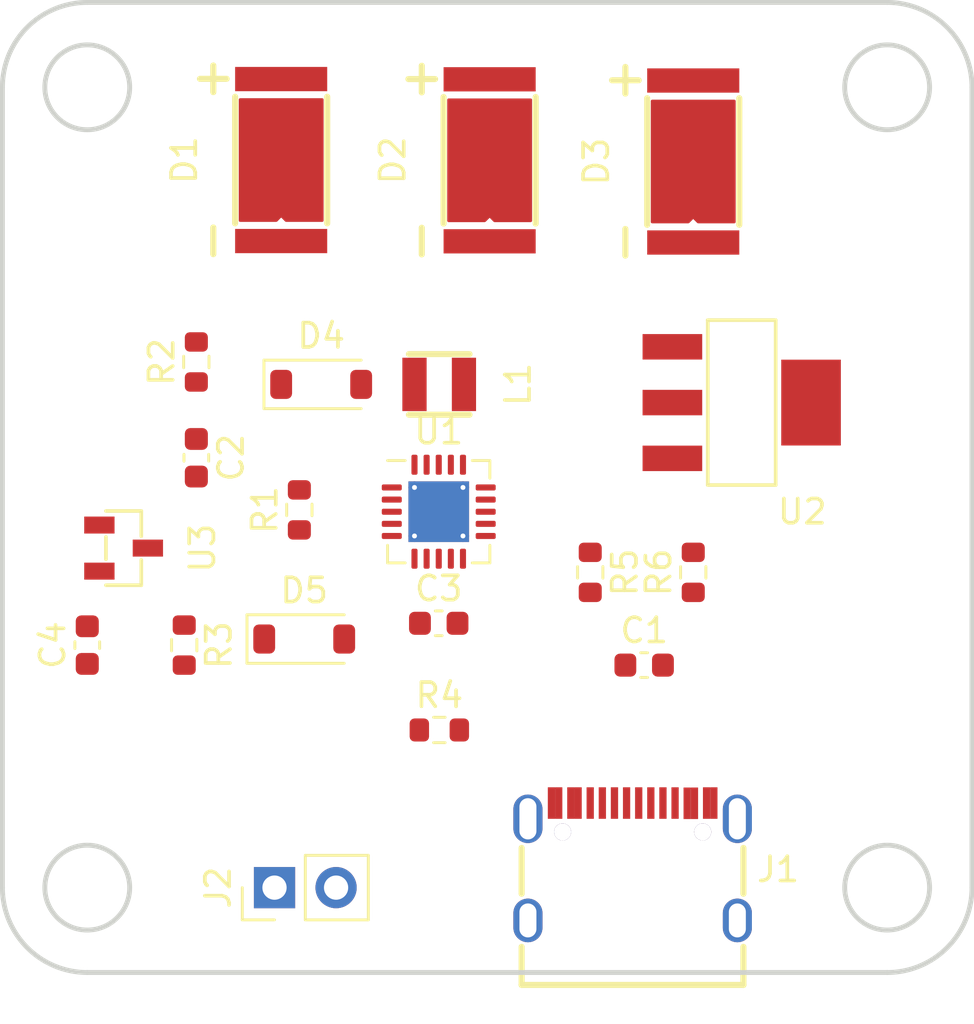
<source format=kicad_pcb>
(kicad_pcb (version 20221018) (generator pcbnew)
  (layers (0 "F.Cu" signal) (31 "B.Cu" signal) (34 "B.Paste" user) (35 "F.Paste" user) (36 "B.SilkS" user "B.Silkscreen") (37 "F.SilkS" user "F.Silkscreen") (38 "B.Mask" user) (39 "F.Mask" user) (44 "Edge.Cuts" user))
  (net 0 "")
  (net 1 "12")
  (net 2 "2")
  (net 3 "5")
  (net 4 "1")
  (net 5 "40")
  (net 6 "15")
  (net 7 "7")
  (net 8 "38")
  (net 9 "14")
  (net 10 "39")
  (net 11 "29")
  (net 12 "16")
  (net 13 "9")
  (net 14 "4")
  (net 15 "11")
  (net 16 "41")
  (net 17 "19")
  (net 18 "31")
  (net 19 "17")
  (net 20 "18")
  (footprint "bike_light_lib:USB-C-SMD_KH-TYPE-C-16P" (layer "F.Cu") (at 126 134.9325)
    (fp_text reference "J1" (at 6 0.3175) (layer "F.SilkS"))
    (fp_text value "")
    (fp_line (start -4.58 -0.57) (end -4.58 1.32) (stroke (width 0.25)) (layer "F.SilkS"))
    (fp_line (start -4.58 3.51) (end -4.58 5.08) (stroke (width 0.25)) (layer "F.SilkS"))
    (fp_line (start -4.58 5.08) (end 4.57 5.08) (stroke (width 0.25)) (layer "F.SilkS"))
    (fp_line (start 4.57 1.32) (end 4.57 -0.57) (stroke (width 0.25)) (layer "F.SilkS"))
    (fp_line (start 4.57 5.08) (end 4.57 3.51) (stroke (width 0.25)) (layer "F.SilkS"))
    (pad "" thru_hole circle (at -2.89 -1.23) (size 0.7 0.7) (drill 0.7) (layers "*.Cu" "*.Mask"))
    (pad "" thru_hole circle (at 2.89 -1.23) (size 0.7 0.7) (drill 0.7) (layers "*.Cu" "*.Mask"))
    (pad "1" thru_hole oval (at -4.32 -1.77) (size 1.2 2) (drill oval 0.700024 1.699997) (layers "*.Cu" "*.Paste" "*.Mask") (net 2 "2"))
    (pad "2" thru_hole oval (at 4.32 -1.77) (size 1.2 2) (drill oval 0.700024 1.699997) (layers "*.Cu" "*.Paste" "*.Mask") (net 2 "2"))
    (pad "3" thru_hole oval (at -4.32 2.42) (size 1.2 1.8) (drill oval 0.700024 1.399997) (layers "*.Cu" "*.Paste" "*.Mask") (net 2 "2"))
    (pad "4" thru_hole oval (at 4.32 2.42) (size 1.2 1.8) (drill oval 0.700024 1.399997) (layers "*.Cu" "*.Paste" "*.Mask") (net 2 "2"))
    (pad "A1" smd rect (at -3.35 -2.42) (size 0.3 1.3) (layers "F.Cu" "F.Paste" "F.Mask") (net 2 "2"))
    (pad "A4" smd rect (at -2.55 -2.42) (size 0.3 1.3) (layers "F.Cu" "F.Paste" "F.Mask") (net 4 "1"))
    (pad "A5" smd rect (at -1.25 -2.42) (size 0.3 1.3) (layers "F.Cu" "F.Paste" "F.Mask") (net 5 "40"))
    (pad "A6" smd rect (at -0.25 -2.42) (size 0.3 1.3) (layers "F.Cu" "F.Paste" "F.Mask") (net 8 "38"))
    (pad "A7" smd rect (at 0.25 -2.42) (size 0.3 1.3) (layers "F.Cu" "F.Paste" "F.Mask") (net 10 "39"))
    (pad "A8" smd rect (at 1.25 -2.42) (size 0.3 1.3) (layers "F.Cu" "F.Paste" "F.Mask") (net 16 "41"))
    (pad "A9" smd rect (at 2.55 -2.41) (size 0.3 1.3) (layers "F.Cu" "F.Paste" "F.Mask") (net 4 "1"))
    (pad "A12" smd rect (at 3.35 -2.42) (size 0.3 1.3) (layers "F.Cu" "F.Paste" "F.Mask") (net 2 "2"))
    (pad "B1" smd rect (at 3.05 -2.42) (size 0.3 1.3) (layers "F.Cu" "F.Paste" "F.Mask") (net 2 "2"))
    (pad "B4" smd rect (at 2.25 -2.41) (size 0.3 1.3) (layers "F.Cu" "F.Paste" "F.Mask") (net 4 "1"))
    (pad "B5" smd rect (at 1.75 -2.42) (size 0.3 1.3) (layers "F.Cu" "F.Paste" "F.Mask") (net 5 "40"))
    (pad "B6" smd rect (at 0.75 -2.42) (size 0.3 1.3) (layers "F.Cu" "F.Paste" "F.Mask") (net 8 "38"))
    (pad "B7" smd rect (at -0.75 -2.42) (size 0.3 1.3) (layers "F.Cu" "F.Paste" "F.Mask") (net 10 "39"))
    (pad "B8" smd rect (at -1.75 -2.42) (size 0.3 1.3) (layers "F.Cu" "F.Paste" "F.Mask") (net 16 "41"))
    (pad "B9" smd rect (at -2.25 -2.42) (size 0.3 1.3) (layers "F.Cu" "F.Paste" "F.Mask") (net 4 "1"))
    (pad "B12" smd rect (at -3.05 -2.42) (size 0.3 1.3) (layers "F.Cu" "F.Paste" "F.Mask") (net 2 "2"))
  )
  (footprint "Resistor_SMD:R_0603_1608Metric" (layer "F.Cu") (at 124.25 123 -90)
    (fp_text reference "R5" (at 0 -1.43 90) (layer "F.SilkS"))
    (fp_text value "1M")
    (fp_line (start -0.237258 -0.5225) (end 0.237258 -0.5225) (stroke (width 0.12)) (layer "F.SilkS"))
    (fp_line (start -0.237258 0.5225) (end 0.237258 0.5225) (stroke (width 0.12)) (layer "F.SilkS"))
    (pad "1" smd roundrect (at -0.825 0 270) (size 0.8 0.95) (layers "F.Cu" "F.Paste" "F.Mask") (net 15 "11"))
    (pad "2" smd roundrect (at 0.825 0 270) (size 0.8 0.95) (layers "F.Cu" "F.Paste" "F.Mask") (net 19 "17"))
  )
  (footprint "Resistor_SMD:R_0603_1608Metric" (layer "F.Cu") (at 112.25 120.425 90)
    (fp_text reference "R1" (at 0 -1.43 90) (layer "F.SilkS"))
    (fp_text value "6.81k")
    (fp_line (start -0.237258 -0.5225) (end 0.237258 -0.5225) (stroke (width 0.12)) (layer "F.SilkS"))
    (fp_line (start -0.237258 0.5225) (end 0.237258 0.5225) (stroke (width 0.12)) (layer "F.SilkS"))
    (pad "1" smd roundrect (at -0.825 0 90) (size 0.8 0.95) (layers "F.Cu" "F.Paste" "F.Mask") (net 9 "14"))
    (pad "2" smd roundrect (at 0.825 0 90) (size 0.8 0.95) (layers "F.Cu" "F.Paste" "F.Mask") (net 2 "2"))
  )
  (footprint "bike_light_lib:LED-SMD_3P-L7.0-W3.5_XL-C3570P5S10-62C3C2" (layer "F.Cu") (at 120.1 106.01 90)
    (fp_text reference "D2" (at 0 -4 90) (layer "F.SilkS"))
    (fp_text value "")
    (fp_line (start -3.88 -2.8) (end -2.78 -2.8) (stroke (width 0.25)) (layer "F.SilkS"))
    (fp_line (start -2.61 -1.9) (end 2.61 -1.9) (stroke (width 0.25)) (layer "F.SilkS"))
    (fp_line (start -2.61 1.9) (end 2.61 1.9) (stroke (width 0.25)) (layer "F.SilkS"))
    (fp_line (start 2.8 -2.8) (end 3.9 -2.8) (stroke (width 0.25)) (layer "F.SilkS"))
    (fp_line (start 3.35 -2.25) (end 3.35 -3.35) (stroke (width 0.25)) (layer "F.SilkS"))
    (pad "1" smd rect (at -3.34 0 90) (size 1 3.8) (layers "F.Cu" "F.Paste" "F.Mask") (net 7 "7"))
    (pad "2" smd custom (at 0 0 90) (size 1 1) (layers "F.Cu" "F.Paste" "F.Mask") (net 14 "4") (options (clearance outline) (anchor circle)) (primitives (gr_poly (pts (xy -2.5 -1.7) (xy 2.5 -1.7) (xy 2.5 1.7) (xy -2.5 1.7) (xy -2.5 0.2) (xy -2.3 0) (xy -2.5 -0.2)) (width 0.1) (fill yes))))
    (pad "3" smd rect (at 3.34 0 90) (size 1 3.8) (layers "F.Cu" "F.Paste" "F.Mask"))
  )
  (footprint "Capacitor_SMD:C_0603_1608Metric" (layer "F.Cu") (at 108 118.275 -90)
    (fp_text reference "C2" (at 0 -1.43 90) (layer "F.SilkS"))
    (fp_text value "10uF")
    (fp_line (start -0.14058 -0.51) (end 0.14058 -0.51) (stroke (width 0.12)) (layer "F.SilkS"))
    (fp_line (start -0.14058 0.51) (end 0.14058 0.51) (stroke (width 0.12)) (layer "F.SilkS"))
    (pad "1" smd roundrect (at -0.775 0 270) (size 0.9 0.95) (layers "F.Cu" "F.Paste" "F.Mask") (net 15 "11"))
    (pad "2" smd roundrect (at 0.775 0 270) (size 0.9 0.95) (layers "F.Cu" "F.Paste" "F.Mask") (net 2 "2"))
  )
  (footprint "Package_DFN_QFN:QFN-20-1EP_4x4mm_P0.5mm_EP2.5x2.5mm_ThermalVias" (layer "F.Cu") (at 118 120.5)
    (fp_text reference "U1" (at 0 -3.3) (layer "F.SilkS"))
    (fp_text value "")
    (fp_line (start -2.11 2.11) (end -2.11 1.385) (stroke (width 0.12)) (layer "F.SilkS"))
    (fp_line (start -1.385 -2.11) (end -2.11 -2.11) (stroke (width 0.12)) (layer "F.SilkS"))
    (fp_line (start -1.385 2.11) (end -2.11 2.11) (stroke (width 0.12)) (layer "F.SilkS"))
    (fp_line (start 1.385 -2.11) (end 2.11 -2.11) (stroke (width 0.12)) (layer "F.SilkS"))
    (fp_line (start 1.385 2.11) (end 2.11 2.11) (stroke (width 0.12)) (layer "F.SilkS"))
    (fp_line (start 2.11 -2.11) (end 2.11 -1.385) (stroke (width 0.12)) (layer "F.SilkS"))
    (fp_line (start 2.11 2.11) (end 2.11 1.385) (stroke (width 0.12)) (layer "F.SilkS"))
    (pad "1" smd roundrect (at -1.9375 -1) (size 0.825 0.25) (layers "F.Cu" "F.Paste" "F.Mask"))
    (pad "2" smd roundrect (at -1.9375 -0.5) (size 0.825 0.25) (layers "F.Cu" "F.Paste" "F.Mask"))
    (pad "3" smd roundrect (at -1.9375 0) (size 0.825 0.25) (layers "F.Cu" "F.Paste" "F.Mask") (net 4 "1"))
    (pad "4" smd roundrect (at -1.9375 0.5) (size 0.825 0.25) (layers "F.Cu" "F.Paste" "F.Mask") (net 9 "14"))
    (pad "5" smd roundrect (at -1.9375 1) (size 0.825 0.25) (layers "F.Cu" "F.Paste" "F.Mask") (net 4 "1"))
    (pad "6" smd roundrect (at -1 1.9375) (size 0.25 0.825) (layers "F.Cu" "F.Paste" "F.Mask") (net 6 "15"))
    (pad "7" smd roundrect (at -0.5 1.9375) (size 0.25 0.825) (layers "F.Cu" "F.Paste" "F.Mask") (net 12 "16"))
    (pad "8" smd roundrect (at 0 1.9375) (size 0.25 0.825) (layers "F.Cu" "F.Paste" "F.Mask") (net 19 "17"))
    (pad "9" smd roundrect (at 0.5 1.9375) (size 0.25 0.825) (layers "F.Cu" "F.Paste" "F.Mask") (net 20 "18"))
    (pad "10" smd roundrect (at 1 1.9375) (size 0.25 0.825) (layers "F.Cu" "F.Paste" "F.Mask") (net 20 "18"))
    (pad "11" smd roundrect (at 1.9375 1) (size 0.825 0.25) (layers "F.Cu" "F.Paste" "F.Mask") (net 4 "1"))
    (pad "12" smd roundrect (at 1.9375 0.5) (size 0.825 0.25) (layers "F.Cu" "F.Paste" "F.Mask") (net 4 "1"))
    (pad "13" smd roundrect (at 1.9375 0) (size 0.825 0.25) (layers "F.Cu" "F.Paste" "F.Mask") (net 15 "11"))
    (pad "14" smd roundrect (at 1.9375 -0.5) (size 0.825 0.25) (layers "F.Cu" "F.Paste" "F.Mask") (net 3 "5"))
    (pad "15" smd roundrect (at 1.9375 -1) (size 0.825 0.25) (layers "F.Cu" "F.Paste" "F.Mask") (net 4 "1"))
    (pad "16" smd roundrect (at 1 -1.9375) (size 0.25 0.825) (layers "F.Cu" "F.Paste" "F.Mask") (net 4 "1"))
    (pad "17" smd roundrect (at 0.5 -1.9375) (size 0.25 0.825) (layers "F.Cu" "F.Paste" "F.Mask") (net 2 "2"))
    (pad "18" smd roundrect (at 0 -1.9375) (size 0.25 0.825) (layers "F.Cu" "F.Paste" "F.Mask") (net 17 "19"))
    (pad "19" smd roundrect (at -0.5 -1.9375) (size 0.25 0.825) (layers "F.Cu" "F.Paste" "F.Mask"))
    (pad "20" smd roundrect (at -1 -1.9375) (size 0.25 0.825) (layers "F.Cu" "F.Paste" "F.Mask"))
    (pad "21" thru_hole circle (at -1 -1) (size 0.5 0.5) (drill 0.2) (layers "*.Cu"))
    (pad "21" thru_hole circle (at -1 1) (size 0.5 0.5) (drill 0.2) (layers "*.Cu"))
    (pad "21" smd rect (at 0 0) (size 2.5 2.5) (layers "F.Cu" "F.Mask"))
    (pad "21" smd rect (at 0 0) (size 2.5 2.5) (layers "B.Cu"))
    (pad "21" thru_hole circle (at 1 -1) (size 0.5 0.5) (drill 0.2) (layers "*.Cu"))
    (pad "21" thru_hole circle (at 1 1) (size 0.5 0.5) (drill 0.2) (layers "*.Cu"))
  )
  (footprint "Resistor_SMD:R_0603_1608Metric" (layer "F.Cu") (at 107.5 126 -90)
    (fp_text reference "R3" (at 0 -1.43 90) (layer "F.SilkS"))
    (fp_text value "2.4k")
    (fp_line (start -0.237258 -0.5225) (end 0.237258 -0.5225) (stroke (width 0.12)) (layer "F.SilkS"))
    (fp_line (start -0.237258 0.5225) (end 0.237258 0.5225) (stroke (width 0.12)) (layer "F.SilkS"))
    (pad "1" smd roundrect (at -0.825 0 270) (size 0.8 0.95) (layers "F.Cu" "F.Paste" "F.Mask") (net 11 "29"))
    (pad "2" smd roundrect (at 0.825 0 270) (size 0.8 0.95) (layers "F.Cu" "F.Paste" "F.Mask") (net 18 "31"))
  )
  (footprint "Resistor_SMD:R_0603_1608Metric" (layer "F.Cu") (at 128.5 123 90)
    (fp_text reference "R6" (at 0 -1.43 90) (layer "F.SilkS"))
    (fp_text value "75k")
    (fp_line (start -0.237258 -0.5225) (end 0.237258 -0.5225) (stroke (width 0.12)) (layer "F.SilkS"))
    (fp_line (start -0.237258 0.5225) (end 0.237258 0.5225) (stroke (width 0.12)) (layer "F.SilkS"))
    (pad "1" smd roundrect (at -0.825 0 90) (size 0.8 0.95) (layers "F.Cu" "F.Paste" "F.Mask") (net 19 "17"))
    (pad "2" smd roundrect (at 0.825 0 90) (size 0.8 0.95) (layers "F.Cu" "F.Paste" "F.Mask") (net 2 "2"))
  )
  (footprint "bike_light_lib:SOT-23-3_L2.9-W1.3-P1.90-LS2.4-BR" (layer "F.Cu") (at 105 122 180)
    (fp_text reference "U3" (at -3.25 0 90) (layer "F.SilkS"))
    (fp_text value "")
    (fp_line (start -0.73 -1.53) (end -0.73 -0.49) (stroke (width 0.15)) (layer "F.SilkS"))
    (fp_line (start -0.73 1.53) (end -0.73 0.49) (stroke (width 0.15)) (layer "F.SilkS"))
    (fp_line (start 0.73 -1.53) (end -0.73 -1.53) (stroke (width 0.15)) (layer "F.SilkS"))
    (fp_line (start 0.73 -0.46) (end 0.73 0.46) (stroke (width 0.15)) (layer "F.SilkS"))
    (fp_line (start 0.73 1.53) (end -0.73 1.53) (stroke (width 0.15)) (layer "F.SilkS"))
    (pad "1" smd rect (at 1 0.95 180) (size 1.25 0.7) (layers "F.Cu" "F.Paste" "F.Mask") (net 1 "12"))
    (pad "2" smd rect (at 1 -0.95 180) (size 1.25 0.7) (layers "F.Cu" "F.Paste" "F.Mask") (net 11 "29"))
    (pad "3" smd rect (at -1 0 180) (size 1.25 0.7) (layers "F.Cu" "F.Paste" "F.Mask") (net 12 "16"))
  )
  (footprint "Diode_SMD:D_SOD-123" (layer "F.Cu") (at 112.45 125.75)
    (fp_text reference "D5" (at 0 -2) (layer "F.SilkS"))
    (fp_text value "")
    (fp_line (start -2.36 -1) (end -2.36 1) (stroke (width 0.12)) (layer "F.SilkS"))
    (fp_line (start -2.36 -1) (end 1.65 -1) (stroke (width 0.12)) (layer "F.SilkS"))
    (fp_line (start -2.36 1) (end 1.65 1) (stroke (width 0.12)) (layer "F.SilkS"))
    (pad "1" smd roundrect (at -1.65 0) (size 0.9 1.2) (layers "F.Cu" "F.Paste" "F.Mask") (net 1 "12"))
    (pad "2" smd roundrect (at 1.65 0) (size 0.9 1.2) (layers "F.Cu" "F.Paste" "F.Mask") (net 12 "16"))
  )
  (footprint "Connector_PinHeader_2.54mm:PinHeader_1x02_P2.54mm_Vertical" (layer "F.Cu") (at 111.225 136 90)
    (fp_text reference "J2" (at 0 -2.33 90) (layer "F.SilkS"))
    (fp_text value "")
    (fp_line (start -1.33 -1.33) (end 0 -1.33) (stroke (width 0.12)) (layer "F.SilkS"))
    (fp_line (start -1.33 0) (end -1.33 -1.33) (stroke (width 0.12)) (layer "F.SilkS"))
    (fp_line (start -1.33 1.27) (end -1.33 3.87) (stroke (width 0.12)) (layer "F.SilkS"))
    (fp_line (start -1.33 1.27) (end 1.33 1.27) (stroke (width 0.12)) (layer "F.SilkS"))
    (fp_line (start -1.33 3.87) (end 1.33 3.87) (stroke (width 0.12)) (layer "F.SilkS"))
    (fp_line (start 1.33 1.27) (end 1.33 3.87) (stroke (width 0.12)) (layer "F.SilkS"))
    (pad "1" thru_hole rect (at 0 0 90) (size 1.7 1.7) (drill 1) (layers "*.Cu" "*.Mask") (net 2 "2"))
    (pad "2" thru_hole oval (at 0 2.54 90) (size 1.7 1.7) (drill 1) (layers "*.Cu" "*.Mask") (net 1 "12"))
  )
  (footprint "Capacitor_SMD:C_0603_1608Metric" (layer "F.Cu") (at 126.475 126.825)
    (fp_text reference "C1" (at 0 -1.43) (layer "F.SilkS"))
    (fp_text value "3.3uF")
    (fp_line (start -0.14058 -0.51) (end 0.14058 -0.51) (stroke (width 0.12)) (layer "F.SilkS"))
    (fp_line (start -0.14058 0.51) (end 0.14058 0.51) (stroke (width 0.12)) (layer "F.SilkS"))
    (pad "1" smd roundrect (at -0.775 0) (size 0.9 0.95) (layers "F.Cu" "F.Paste" "F.Mask") (net 4 "1"))
    (pad "2" smd roundrect (at 0.775 0) (size 0.9 0.95) (layers "F.Cu" "F.Paste" "F.Mask") (net 2 "2"))
  )
  (footprint "bike_light_lib:SOT-223_L6.5-W3.5-P2.30-LS7.0-BR" (layer "F.Cu") (at 130.5 116 180)
    (fp_text reference "U2" (at -2.5 -4.5) (layer "F.SilkS"))
    (fp_text value "")
    (fp_line (start -1.4 -3.4) (end 1.4 -3.4) (stroke (width 0.15)) (layer "F.SilkS"))
    (fp_line (start -1.4 3.4) (end -1.4 -3.4) (stroke (width 0.15)) (layer "F.SilkS"))
    (fp_line (start 1.4 -3.4) (end 1.4 3.4) (stroke (width 0.15)) (layer "F.SilkS"))
    (fp_line (start 1.4 3.4) (end -1.4 3.4) (stroke (width 0.15)) (layer "F.SilkS"))
    (pad "1" smd rect (at 2.86 2.3 180) (size 2.46 1.05) (layers "F.Cu" "F.Paste" "F.Mask") (net 1 "12"))
    (pad "2" smd rect (at 2.86 0 180) (size 2.46 1.05) (layers "F.Cu" "F.Paste" "F.Mask") (net 13 "9"))
    (pad "3" smd rect (at 2.86 -2.3 180) (size 2.46 1.05) (layers "F.Cu" "F.Paste" "F.Mask") (net 2 "2"))
    (pad "4" smd rect (at -2.86 0 180) (size 2.46 3.54) (layers "F.Cu" "F.Paste" "F.Mask") (net 13 "9"))
  )
  (footprint "Diode_SMD:D_SOD-123" (layer "F.Cu") (at 113.15 115.25)
    (fp_text reference "D4" (at 0 -2) (layer "F.SilkS"))
    (fp_text value "")
    (fp_line (start -2.36 -1) (end -2.36 1) (stroke (width 0.12)) (layer "F.SilkS"))
    (fp_line (start -2.36 -1) (end 1.65 -1) (stroke (width 0.12)) (layer "F.SilkS"))
    (fp_line (start -2.36 1) (end 1.65 1) (stroke (width 0.12)) (layer "F.SilkS"))
    (pad "1" smd roundrect (at -1.65 0) (size 0.9 1.2) (layers "F.Cu" "F.Paste" "F.Mask") (net 15 "11"))
    (pad "2" smd roundrect (at 1.65 0) (size 0.9 1.2) (layers "F.Cu" "F.Paste" "F.Mask") (net 17 "19"))
  )
  (footprint "bike_light_lib:LED-SMD_3P-L7.0-W3.5_XL-C3570P5S10-62C3C2" (layer "F.Cu") (at 128.5 106.06 90)
    (fp_text reference "D3" (at 0 -4 90) (layer "F.SilkS"))
    (fp_text value "")
    (fp_line (start -3.88 -2.8) (end -2.78 -2.8) (stroke (width 0.25)) (layer "F.SilkS"))
    (fp_line (start -2.61 -1.9) (end 2.61 -1.9) (stroke (width 0.25)) (layer "F.SilkS"))
    (fp_line (start -2.61 1.9) (end 2.61 1.9) (stroke (width 0.25)) (layer "F.SilkS"))
    (fp_line (start 2.8 -2.8) (end 3.9 -2.8) (stroke (width 0.25)) (layer "F.SilkS"))
    (fp_line (start 3.35 -2.25) (end 3.35 -3.35) (stroke (width 0.25)) (layer "F.SilkS"))
    (pad "1" smd rect (at -3.34 0 90) (size 1 3.8) (layers "F.Cu" "F.Paste" "F.Mask") (net 13 "9"))
    (pad "2" smd custom (at 0 0 90) (size 1 1) (layers "F.Cu" "F.Paste" "F.Mask") (net 7 "7") (options (clearance outline) (anchor circle)) (primitives (gr_poly (pts (xy -2.5 -1.7) (xy 2.5 -1.7) (xy 2.5 1.7) (xy -2.5 1.7) (xy -2.5 0.2) (xy -2.3 0) (xy -2.5 -0.2)) (width 0.1) (fill yes))))
    (pad "3" smd rect (at 3.34 0 90) (size 1 3.8) (layers "F.Cu" "F.Paste" "F.Mask"))
  )
  (footprint "bike_light_lib:LED-SMD_3P-L7.0-W3.5_XL-C3570P5S10-62C3C2" (layer "F.Cu") (at 111.5 106 90)
    (fp_text reference "D1" (at 0 -4 90) (layer "F.SilkS"))
    (fp_text value "")
    (fp_line (start -3.88 -2.8) (end -2.78 -2.8) (stroke (width 0.25)) (layer "F.SilkS"))
    (fp_line (start -2.61 -1.9) (end 2.61 -1.9) (stroke (width 0.25)) (layer "F.SilkS"))
    (fp_line (start -2.61 1.9) (end 2.61 1.9) (stroke (width 0.25)) (layer "F.SilkS"))
    (fp_line (start 2.8 -2.8) (end 3.9 -2.8) (stroke (width 0.25)) (layer "F.SilkS"))
    (fp_line (start 3.35 -2.25) (end 3.35 -3.35) (stroke (width 0.25)) (layer "F.SilkS"))
    (pad "1" smd rect (at -3.34 0 90) (size 1 3.8) (layers "F.Cu" "F.Paste" "F.Mask") (net 14 "4"))
    (pad "2" smd custom (at 0 0 90) (size 1 1) (layers "F.Cu" "F.Paste" "F.Mask") (net 3 "5") (options (clearance outline) (anchor circle)) (primitives (gr_poly (pts (xy -2.5 -1.7) (xy 2.5 -1.7) (xy 2.5 1.7) (xy -2.5 1.7) (xy -2.5 0.2) (xy -2.3 0) (xy -2.5 -0.2)) (width 0.1) (fill yes))))
    (pad "3" smd rect (at 3.34 0 90) (size 1 3.8) (layers "F.Cu" "F.Paste" "F.Mask"))
  )
  (footprint "bike_light_lib:IND-SMD_L2.5-W2.0_SLW252012P" (layer "F.Cu") (at 118.02 115.25 180)
    (fp_text reference "L1" (at -3.25 0 90) (layer "F.SilkS"))
    (fp_text value "2uH")
    (fp_line (start -1.25 -1.25) (end 1.25 -1.25) (stroke (width 0.25)) (layer "F.SilkS"))
    (fp_line (start -1.25 1.25) (end 1.25 1.25) (stroke (width 0.25)) (layer "F.SilkS"))
    (pad "1" smd rect (at -1.02 0 180) (size 1 2.2) (layers "F.Cu" "F.Paste" "F.Mask") (net 4 "1"))
    (pad "2" smd rect (at 1.02 0 180) (size 1 2.2) (layers "F.Cu" "F.Paste" "F.Mask") (net 17 "19"))
  )
  (footprint "Capacitor_SMD:C_0603_1608Metric" (layer "F.Cu") (at 103.5 126 90)
    (fp_text reference "C4" (at 0 -1.43 90) (layer "F.SilkS"))
    (fp_text value "10nF")
    (fp_line (start -0.14058 -0.51) (end 0.14058 -0.51) (stroke (width 0.12)) (layer "F.SilkS"))
    (fp_line (start -0.14058 0.51) (end 0.14058 0.51) (stroke (width 0.12)) (layer "F.SilkS"))
    (pad "1" smd roundrect (at -0.775 0 90) (size 0.9 0.95) (layers "F.Cu" "F.Paste" "F.Mask") (net 18 "31"))
    (pad "2" smd roundrect (at 0.775 0 90) (size 0.9 0.95) (layers "F.Cu" "F.Paste" "F.Mask") (net 2 "2"))
  )
  (footprint "Resistor_SMD:R_0603_1608Metric" (layer "F.Cu") (at 118.025 129.5)
    (fp_text reference "R4" (at 0 -1.43) (layer "F.SilkS"))
    (fp_text value "100k")
    (fp_line (start -0.237258 -0.5225) (end 0.237258 -0.5225) (stroke (width 0.12)) (layer "F.SilkS"))
    (fp_line (start -0.237258 0.5225) (end 0.237258 0.5225) (stroke (width 0.12)) (layer "F.SilkS"))
    (pad "1" smd roundrect (at -0.825 0) (size 0.8 0.95) (layers "F.Cu" "F.Paste" "F.Mask") (net 1 "12"))
    (pad "2" smd roundrect (at 0.825 0) (size 0.8 0.95) (layers "F.Cu" "F.Paste" "F.Mask") (net 2 "2"))
  )
  (footprint "Capacitor_SMD:C_0603_1608Metric" (layer "F.Cu") (at 118 125.1)
    (fp_text reference "C3" (at 0 -1.43) (layer "F.SilkS"))
    (fp_text value "33nF")
    (fp_line (start -0.14058 -0.51) (end 0.14058 -0.51) (stroke (width 0.12)) (layer "F.SilkS"))
    (fp_line (start -0.14058 0.51) (end 0.14058 0.51) (stroke (width 0.12)) (layer "F.SilkS"))
    (pad "1" smd roundrect (at -0.775 0) (size 0.9 0.95) (layers "F.Cu" "F.Paste" "F.Mask") (net 6 "15"))
    (pad "2" smd roundrect (at 0.775 0) (size 0.9 0.95) (layers "F.Cu" "F.Paste" "F.Mask") (net 2 "2"))
  )
  (footprint "Resistor_SMD:R_0603_1608Metric" (layer "F.Cu") (at 108 114.325 90)
    (fp_text reference "R2" (at 0 -1.43 90) (layer "F.SilkS"))
    (fp_text value "0.33R")
    (fp_line (start -0.237258 -0.5225) (end 0.237258 -0.5225) (stroke (width 0.12)) (layer "F.SilkS"))
    (fp_line (start -0.237258 0.5225) (end 0.237258 0.5225) (stroke (width 0.12)) (layer "F.SilkS"))
    (pad "1" smd roundrect (at -0.825 0 90) (size 0.8 0.95) (layers "F.Cu" "F.Paste" "F.Mask") (net 15 "11"))
    (pad "2" smd roundrect (at 0.825 0 90) (size 0.8 0.95) (layers "F.Cu" "F.Paste" "F.Mask") (net 3 "5"))
  )
  (gr_circle (center 136.5 103) (end 138.25 103) (stroke (width 0.2)) (fill none) (layer "Edge.Cuts"))
  (gr_circle (center 103.5 103) (end 105.25 103) (stroke (width 0.2)) (fill none) (layer "Edge.Cuts"))
  (gr_arc (start 140 136) (mid 138.974874 138.474874) (end 136.5 139.5) (stroke (width 0.2)) (layer "Edge.Cuts"))
  (gr_arc (start 136.5 99.5) (mid 138.974874 100.525126) (end 140 103) (stroke (width 0.2)) (layer "Edge.Cuts"))
  (gr_line (start 140 136) (end 140 103) (stroke (width 0.2)) (layer "Edge.Cuts"))
  (gr_line (start 103.5 139.5) (end 136.5 139.5) (stroke (width 0.2)) (layer "Edge.Cuts"))
  (gr_arc (start 103.5 139.5) (mid 101.025126 138.474874) (end 100 136) (stroke (width 0.2)) (layer "Edge.Cuts"))
  (gr_circle (center 103.5 136) (end 105.25 136) (stroke (width 0.2)) (fill none) (layer "Edge.Cuts"))
  (gr_circle (center 136.5 136) (end 138.25 136) (stroke (width 0.2)) (fill none) (layer "Edge.Cuts"))
  (gr_line (start 100 136) (end 100 103) (stroke (width 0.2)) (layer "Edge.Cuts"))
  (gr_arc (start 100 103) (mid 101.025126 100.525126) (end 103.5 99.5) (stroke (width 0.2)) (layer "Edge.Cuts"))
  (gr_line (start 103.5 99.5) (end 136.5 99.5) (stroke (width 0.2)) (layer "Edge.Cuts"))
)
</source>
